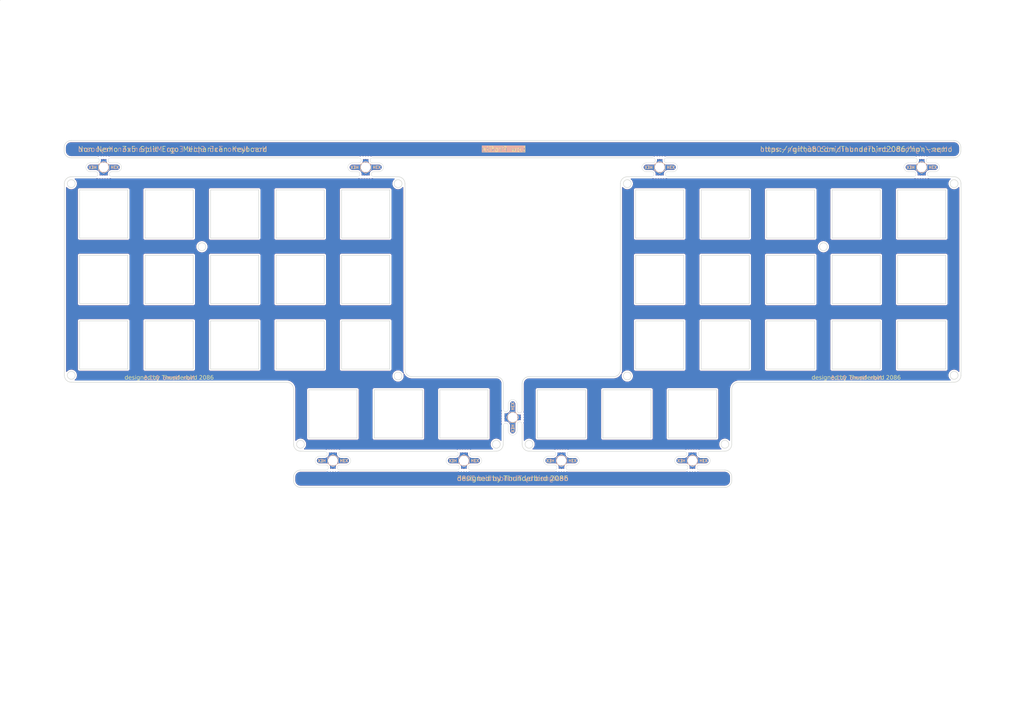
<source format=kicad_pcb>
(kicad_pcb (version 20240108) (generator "pcbnew") (generator_version "8.0")
  (title_block (title "top") (date "2025-04-06") (rev "0.1.6") (company "Allen Choi"))
  (layers (0 "F.Cu" signal) (31 "B.Cu" signal) (34 "B.Paste" user) (35 "F.Paste" user) (36 "B.SilkS" user "B.Silkscreen") (37 "F.SilkS" user "F.Silkscreen") (38 "B.Mask" user) (39 "F.Mask" user) (44 "Edge.Cuts" user))
  (net 0 "")
  (net 1 "GND")
  (footprint "mousebites_5p5mm_easysnap" (layer "F.Cu") (at 191.3 45.7 90)
    (property "Reference" "X9" (hide yes))
    (property "Value" "5.5mm" (hide yes))
    (fp_line (start -4 -3.9) (end -4 -2.4) (stroke (width 0.1)) (layer "Edge.Cuts"))
    (fp_line (start -1.5 -2.03) (end -1.5 -3.9) (stroke (width 0.1)) (layer "Edge.Cuts"))
    (fp_line (start -4 2.4) (end -4 3.9) (stroke (width 0.1)) (layer "Edge.Cuts"))
    (fp_line (start -1.5 3.9) (end -1.5 2.03) (stroke (width 0.1)) (layer "Edge.Cuts"))
    (fp_arc (start -4 -3.9) (mid -2.75 -5.15) (end -1.5 -3.9) (stroke (width 0.1)) (layer "Edge.Cuts"))
    (fp_arc (start -4 -2.4) (mid -4.75 -1.65) (end -5.5 -2.4) (stroke (width 0.1)) (layer "Edge.Cuts"))
    (fp_arc (start 0 -2.03) (mid -0.75 -1.28) (end -1.5 -2.03) (stroke (width 0.1)) (layer "Edge.Cuts"))
    (fp_arc (start -1.5 2.03) (mid -0.75 1.28) (end 0 2.03) (stroke (width 0.1)) (layer "Edge.Cuts"))
    (fp_arc (start -5.5 2.4) (mid -4.75 1.65) (end -4 2.4) (stroke (width 0.1)) (layer "Edge.Cuts"))
    (fp_arc (start -1.5 3.9) (mid -2.75 5.15) (end -4 3.9) (stroke (width 0.1)) (layer "Edge.Cuts"))
    (fp_text user "HEX" (at -2.75 -3.2 0) (layer "B.SilkS") (effects (font (size 0.8 0.8)) (justify mirror)))
    (fp_text user "HEX" (at -2.75 3.2 180) (layer "B.SilkS") (effects (font (size 0.8 0.8)) (justify mirror)))
    (fp_text user "HEX" (at -2.75 -3.2 180) (layer "F.SilkS") (effects (font (size 0.8 0.8))))
    (fp_text user "HEX" (at -2.75 3.2 0) (layer "F.SilkS") (effects (font (size 0.8 0.8))))
    (pad "" np_thru_hole circle (at -5.55 -1.48 270) (size 0.5 0.5) (drill 0.5) (layers "F&B.Cu" "*.Mask"))
    (pad "" np_thru_hole circle (at -5.55 -0.74 270) (size 0.5 0.5) (drill 0.5) (layers "F&B.Cu" "*.Mask"))
    (pad "" np_thru_hole circle (at -5.55 0 270) (size 0.5 0.5) (drill 0.5) (layers "F&B.Cu" "*.Mask"))
    (pad "" np_thru_hole circle (at -5.55 0.74 270) (size 0.5 0.5) (drill 0.5) (layers "F&B.Cu" "*.Mask"))
    (pad "" np_thru_hole circle (at -5.55 1.48 270) (size 0.5 0.5) (drill 0.5) (layers "F&B.Cu" "*.Mask"))
    (pad "" np_thru_hole circle (at -2.75 0 270) (size 2.4 2.4) (drill 2.4) (layers "F&B.Cu" "*.Mask"))
    (pad "" np_thru_hole circle (at 0.05 -1.11 90) (size 0.5 0.5) (drill 0.5) (layers "F&B.Cu" "*.Mask"))
    (pad "" np_thru_hole circle (at 0.05 -0.37 90) (size 0.5 0.5) (drill 0.5) (layers "F&B.Cu" "*.Mask"))
    (pad "" np_thru_hole circle (at 0.05 0.37 90) (size 0.5 0.5) (drill 0.5) (layers "F&B.Cu" "*.Mask"))
    (pad "" np_thru_hole circle (at 0.05 1.11 90) (size 0.5 0.5) (drill 0.5) (layers "F&B.Cu" "*.Mask"))
  )
  (footprint "mousebites_5p5mm_easysnap" (layer "F.Cu") (at 96.5 136.3 -90)
    (property "Reference" "X2" (hide yes))
    (property "Value" "5.5mm" (hide yes))
    (fp_line (start -1.5 3.9) (end -1.5 2.03) (stroke (width 0.1)) (layer "Edge.Cuts"))
    (fp_line (start -4 2.4) (end -4 3.9) (stroke (width 0.1)) (layer "Edge.Cuts"))
    (fp_line (start -1.5 -2.03) (end -1.5 -3.9) (stroke (width 0.1)) (layer "Edge.Cuts"))
    (fp_line (start -4 -3.9) (end -4 -2.4) (stroke (width 0.1)) (layer "Edge.Cuts"))
    (fp_arc (start -1.5 3.9) (mid -2.75 5.15) (end -4 3.9) (stroke (width 0.1)) (layer "Edge.Cuts"))
    (fp_arc (start -5.5 2.4) (mid -4.75 1.65) (end -4 2.4) (stroke (width 0.1)) (layer "Edge.Cuts"))
    (fp_arc (start -1.5 2.03) (mid -0.75 1.28) (end 0 2.03) (stroke (width 0.1)) (layer "Edge.Cuts"))
    (fp_arc (start 0 -2.03) (mid -0.75 -1.28) (end -1.5 -2.03) (stroke (width 0.1)) (layer "Edge.Cuts"))
    (fp_arc (start -4 -2.4) (mid -4.75 -1.65) (end -5.5 -2.4) (stroke (width 0.1)) (layer "Edge.Cuts"))
    (fp_arc (start -4 -3.9) (mid -2.75 -5.15) (end -1.5 -3.9) (stroke (width 0.1)) (layer "Edge.Cuts"))
    (fp_text user "HEX" (at -2.75 3.2 0) (layer "B.SilkS") (effects (font (size 0.8 0.8)) (justify mirror)))
    (fp_text user "HEX" (at -2.75 -3.2 180) (layer "B.SilkS") (effects (font (size 0.8 0.8)) (justify mirror)))
    (fp_text user "HEX" (at -2.75 3.2 180) (layer "F.SilkS") (effects (font (size 0.8 0.8))))
    (fp_text user "HEX" (at -2.75 -3.2 0) (layer "F.SilkS") (effects (font (size 0.8 0.8))))
    (pad "" np_thru_hole circle (at -5.55 -1.48 90) (size 0.5 0.5) (drill 0.5) (layers "F&B.Cu" "*.Mask"))
    (pad "" np_thru_hole circle (at -5.55 -0.74 90) (size 0.5 0.5) (drill 0.5) (layers "F&B.Cu" "*.Mask"))
    (pad "" np_thru_hole circle (at -5.55 0 90) (size 0.5 0.5) (drill 0.5) (layers "F&B.Cu" "*.Mask"))
    (pad "" np_thru_hole circle (at -5.55 0.74 90) (size 0.5 0.5) (drill 0.5) (layers "F&B.Cu" "*.Mask"))
    (pad "" np_thru_hole circle (at -5.55 1.48 90) (size 0.5 0.5) (drill 0.5) (layers "F&B.Cu" "*.Mask"))
    (pad "" np_thru_hole circle (at -2.75 0 90) (size 2.4 2.4) (drill 2.4) (layers "F&B.Cu" "*.Mask"))
    (pad "" np_thru_hole circle (at 0.05 -1.11 270) (size 0.5 0.5) (drill 0.5) (layers "F&B.Cu" "*.Mask"))
    (pad "" np_thru_hole circle (at 0.05 -0.37 270) (size 0.5 0.5) (drill 0.5) (layers "F&B.Cu" "*.Mask"))
    (pad "" np_thru_hole circle (at 0.05 0.37 270) (size 0.5 0.5) (drill 0.5) (layers "F&B.Cu" "*.Mask"))
    (pad "" np_thru_hole circle (at 0.05 1.11 270) (size 0.5 0.5) (drill 0.5) (layers "F&B.Cu" "*.Mask"))
  )
  (footprint "mousebites_5p5mm_easysnap" (layer "F.Cu") (at 30 45.7 90)
    (property "Reference" "X6" (hide yes))
    (property "Value" "5.5mm" (hide yes))
    (fp_line (start -4 -3.9) (end -4 -2.4) (stroke (width 0.1)) (layer "Edge.Cuts"))
    (fp_line (start -1.5 -2.03) (end -1.5 -3.9) (stroke (width 0.1)) (layer "Edge.Cuts"))
    (fp_line (start -4 2.4) (end -4 3.9) (stroke (width 0.1)) (layer "Edge.Cuts"))
    (fp_line (start -1.5 3.9) (end -1.5 2.03) (stroke (width 0.1)) (layer "Edge.Cuts"))
    (fp_arc (start -4 -3.9) (mid -2.75 -5.15) (end -1.5 -3.9) (stroke (width 0.1)) (layer "Edge.Cuts"))
    (fp_arc (start -4 -2.4) (mid -4.75 -1.65) (end -5.5 -2.4) (stroke (width 0.1)) (layer "Edge.Cuts"))
    (fp_arc (start 0 -2.03) (mid -0.75 -1.28) (end -1.5 -2.03) (stroke (width 0.1)) (layer "Edge.Cuts"))
    (fp_arc (start -1.5 2.03) (mid -0.75 1.28) (end 0 2.03) (stroke (width 0.1)) (layer "Edge.Cuts"))
    (fp_arc (start -5.5 2.4) (mid -4.75 1.65) (end -4 2.4) (stroke (width 0.1)) (layer "Edge.Cuts"))
    (fp_arc (start -1.5 3.9) (mid -2.75 5.15) (end -4 3.9) (stroke (width 0.1)) (layer "Edge.Cuts"))
    (fp_text user "HEX" (at -2.75 3.2 180) (layer "B.SilkS") (effects (font (size 0.8 0.8)) (justify mirror)))
    (fp_text user "HEX" (at -2.75 -3.2 0) (layer "B.SilkS") (effects (font (size 0.8 0.8)) (justify mirror)))
    (fp_text user "HEX" (at -2.75 3.2 0) (layer "F.SilkS") (effects (font (size 0.8 0.8))))
    (fp_text user "HEX" (at -2.75 -3.2 180) (layer "F.SilkS") (effects (font (size 0.8 0.8))))
    (pad "" np_thru_hole circle (at -5.55 -1.48 270) (size 0.5 0.5) (drill 0.5) (layers "F&B.Cu" "*.Mask"))
    (pad "" np_thru_hole circle (at -5.55 -0.74 270) (size 0.5 0.5) (drill 0.5) (layers "F&B.Cu" "*.Mask"))
    (pad "" np_thru_hole circle (at -5.55 0 270) (size 0.5 0.5) (drill 0.5) (layers "F&B.Cu" "*.Mask"))
    (pad "" np_thru_hole circle (at -5.55 0.74 270) (size 0.5 0.5) (drill 0.5) (layers "F&B.Cu" "*.Mask"))
    (pad "" np_thru_hole circle (at -5.55 1.48 270) (size 0.5 0.5) (drill 0.5) (layers "F&B.Cu" "*.Mask"))
    (pad "" np_thru_hole circle (at -2.75 0 270) (size 2.4 2.4) (drill 2.4) (layers "F&B.Cu" "*.Mask"))
    (pad "" np_thru_hole circle (at 0.05 -1.11 90) (size 0.5 0.5) (drill 0.5) (layers "F&B.Cu" "*.Mask"))
    (pad "" np_thru_hole circle (at 0.05 -0.37 90) (size 0.5 0.5) (drill 0.5) (layers "F&B.Cu" "*.Mask"))
    (pad "" np_thru_hole circle (at 0.05 0.37 90) (size 0.5 0.5) (drill 0.5) (layers "F&B.Cu" "*.Mask"))
    (pad "" np_thru_hole circle (at 0.05 1.11 90) (size 0.5 0.5) (drill 0.5) (layers "F&B.Cu" "*.Mask"))
  )
  (footprint "mousebites_5p5mm_easysnap" (layer "F.Cu") (at 200.8 136.3 -90)
    (property "Reference" "X4" (hide yes))
    (property "Value" "5.5mm" (hide yes))
    (fp_line (start -1.5 3.9) (end -1.5 2.03) (stroke (width 0.1)) (layer "Edge.Cuts"))
    (fp_line (start -4 2.4) (end -4 3.9) (stroke (width 0.1)) (layer "Edge.Cuts"))
    (fp_line (start -1.5 -2.03) (end -1.5 -3.9) (stroke (width 0.1)) (layer "Edge.Cuts"))
    (fp_line (start -4 -3.9) (end -4 -2.4) (stroke (width 0.1)) (layer "Edge.Cuts"))
    (fp_arc (start -1.5 3.9) (mid -2.75 5.15) (end -4 3.9) (stroke (width 0.1)) (layer "Edge.Cuts"))
    (fp_arc (start -5.5 2.4) (mid -4.75 1.65) (end -4 2.4) (stroke (width 0.1)) (layer "Edge.Cuts"))
    (fp_arc (start -1.5 2.03) (mid -0.75 1.28) (end 0 2.03) (stroke (width 0.1)) (layer "Edge.Cuts"))
    (fp_arc (start 0 -2.03) (mid -0.75 -1.28) (end -1.5 -2.03) (stroke (width 0.1)) (layer "Edge.Cuts"))
    (fp_arc (start -4 -2.4) (mid -4.75 -1.65) (end -5.5 -2.4) (stroke (width 0.1)) (layer "Edge.Cuts"))
    (fp_arc (start -4 -3.9) (mid -2.75 -5.15) (end -1.5 -3.9) (stroke (width 0.1)) (layer "Edge.Cuts"))
    (fp_text user "HEX" (at -2.75 3.2 0) (layer "B.SilkS") (effects (font (size 0.8 0.8)) (justify mirror)))
    (fp_text user "HEX" (at -2.75 -3.2 180) (layer "B.SilkS") (effects (font (size 0.8 0.8)) (justify mirror)))
    (fp_text user "HEX" (at -2.75 -3.2 0) (layer "F.SilkS") (effects (font (size 0.8 0.8))))
    (fp_text user "HEX" (at -2.75 3.2 180) (layer "F.SilkS") (effects (font (size 0.8 0.8))))
    (pad "" np_thru_hole circle (at -5.55 -1.48 90) (size 0.5 0.5) (drill 0.5) (layers "F&B.Cu" "*.Mask"))
    (pad "" np_thru_hole circle (at -5.55 -0.74 90) (size 0.5 0.5) (drill 0.5) (layers "F&B.Cu" "*.Mask"))
    (pad "" np_thru_hole circle (at -5.55 0 90) (size 0.5 0.5) (drill 0.5) (layers "F&B.Cu" "*.Mask"))
    (pad "" np_thru_hole circle (at -5.55 0.74 90) (size 0.5 0.5) (drill 0.5) (layers "F&B.Cu" "*.Mask"))
    (pad "" np_thru_hole circle (at -5.55 1.48 90) (size 0.5 0.5) (drill 0.5) (layers "F&B.Cu" "*.Mask"))
    (pad "" np_thru_hole circle (at -2.75 0 90) (size 2.4 2.4) (drill 2.4) (layers "F&B.Cu" "*.Mask"))
    (pad "" np_thru_hole circle (at 0.05 -1.11 270) (size 0.5 0.5) (drill 0.5) (layers "F&B.Cu" "*.Mask"))
    (pad "" np_thru_hole circle (at 0.05 -0.37 270) (size 0.5 0.5) (drill 0.5) (layers "F&B.Cu" "*.Mask"))
    (pad "" np_thru_hole circle (at 0.05 0.37 270) (size 0.5 0.5) (drill 0.5) (layers "F&B.Cu" "*.Mask"))
    (pad "" np_thru_hole circle (at 0.05 1.11 270) (size 0.5 0.5) (drill 0.5) (layers "F&B.Cu" "*.Mask"))
  )
  (footprint "mousebites_5p5mm_easysnap" (layer "F.Cu") (at 162.8 136.3 -90)
    (property "Reference" "X5" (hide yes))
    (property "Value" "5.5mm" (hide yes))
    (fp_line (start -1.5 3.9) (end -1.5 2.03) (stroke (width 0.1)) (layer "Edge.Cuts"))
    (fp_line (start -4 2.4) (end -4 3.9) (stroke (width 0.1)) (layer "Edge.Cuts"))
    (fp_line (start -1.5 -2.03) (end -1.5 -3.9) (stroke (width 0.1)) (layer "Edge.Cuts"))
    (fp_line (start -4 -3.9) (end -4 -2.4) (stroke (width 0.1)) (layer "Edge.Cuts"))
    (fp_arc (start -1.5 3.9) (mid -2.75 5.15) (end -4 3.9) (stroke (width 0.1)) (layer "Edge.Cuts"))
    (fp_arc (start -5.5 2.4) (mid -4.75 1.65) (end -4 2.4) (stroke (width 0.1)) (layer "Edge.Cuts"))
    (fp_arc (start -1.5 2.03) (mid -0.75 1.28) (end 0 2.03) (stroke (width 0.1)) (layer "Edge.Cuts"))
    (fp_arc (start 0 -2.03) (mid -0.75 -1.28) (end -1.5 -2.03) (stroke (width 0.1)) (layer "Edge.Cuts"))
    (fp_arc (start -4 -2.4) (mid -4.75 -1.65) (end -5.5 -2.4) (stroke (width 0.1)) (layer "Edge.Cuts"))
    (fp_arc (start -4 -3.9) (mid -2.75 -5.15) (end -1.5 -3.9) (stroke (width 0.1)) (layer "Edge.Cuts"))
    (fp_text user "HEX" (at -2.75 3.2 0) (layer "B.SilkS") (effects (font (size 0.8 0.8)) (justify mirror)))
    (fp_text user "HEX" (at -2.75 -3.2 180) (layer "B.SilkS") (effects (font (size 0.8 0.8)) (justify mirror)))
    (fp_text user "HEX" (at -2.75 3.2 180) (layer "F.SilkS") (effects (font (size 0.8 0.8))))
    (fp_text user "HEX" (at -2.75 -3.2 0) (layer "F.SilkS") (effects (font (size 0.8 0.8))))
    (pad "" np_thru_hole circle (at -5.55 -1.48 90) (size 0.5 0.5) (drill 0.5) (layers "F&B.Cu" "*.Mask"))
    (pad "" np_thru_hole circle (at -5.55 -0.74 90) (size 0.5 0.5) (drill 0.5) (layers "F&B.Cu" "*.Mask"))
    (pad "" np_thru_hole circle (at -5.55 0 90) (size 0.5 0.5) (drill 0.5) (layers "F&B.Cu" "*.Mask"))
    (pad "" np_thru_hole circle (at -5.55 0.74 90) (size 0.5 0.5) (drill 0.5) (layers "F&B.Cu" "*.Mask"))
    (pad "" np_thru_hole circle (at -5.55 1.48 90) (size 0.5 0.5) (drill 0.5) (layers "F&B.Cu" "*.Mask"))
    (pad "" np_thru_hole circle (at -2.75 0 90) (size 2.4 2.4) (drill 2.4) (layers "F&B.Cu" "*.Mask"))
    (pad "" np_thru_hole circle (at 0.05 -1.11 270) (size 0.5 0.5) (drill 0.5) (layers "F&B.Cu" "*.Mask"))
    (pad "" np_thru_hole circle (at 0.05 -0.37 270) (size 0.5 0.5) (drill 0.5) (layers "F&B.Cu" "*.Mask"))
    (pad "" np_thru_hole circle (at 0.05 0.37 270) (size 0.5 0.5) (drill 0.5) (layers "F&B.Cu" "*.Mask"))
    (pad "" np_thru_hole circle (at 0.05 1.11 270) (size 0.5 0.5) (drill 0.5) (layers "F&B.Cu" "*.Mask"))
  )
  (footprint "mousebites_5p5mm_easysnap" (layer "F.Cu") (at 151.4 121)
    (property "Reference" "X1" (hide yes))
    (property "Value" "5.5mm" (hide yes))
    (fp_line (start -4 -3.9) (end -4 -2.4) (stroke (width 0.1)) (layer "Edge.Cuts"))
    (fp_line (start -4 2.4) (end -4 3.9) (stroke (width 0.1)) (layer "Edge.Cuts"))
    (fp_line (start -1.5 -2.03) (end -1.5 -3.9) (stroke (width 0.1)) (layer "Edge.Cuts"))
    (fp_line (start -1.5 3.9) (end -1.5 2.03) (stroke (width 0.1)) (layer "Edge.Cuts"))
    (fp_arc (start -5.5 2.4) (mid -4.75 1.65) (end -4 2.4) (stroke (width 0.1)) (layer "Edge.Cuts"))
    (fp_arc (start -4 -3.9) (mid -2.75 -5.15) (end -1.5 -3.9) (stroke (width 0.1)) (layer "Edge.Cuts"))
    (fp_arc (start -4 -2.4) (mid -4.75 -1.65) (end -5.5 -2.4) (stroke (width 0.1)) (layer "Edge.Cuts"))
    (fp_arc (start -1.5 2.03) (mid -0.75 1.28) (end 0 2.03) (stroke (width 0.1)) (layer "Edge.Cuts"))
    (fp_arc (start -1.5 3.9) (mid -2.75 5.15) (end -4 3.9) (stroke (width 0.1)) (layer "Edge.Cuts"))
    (fp_arc (start 0 -2.03) (mid -0.75 -1.28) (end -1.5 -2.03) (stroke (width 0.1)) (layer "Edge.Cuts"))
    (fp_text user "HEX" (at -2.75 3.2 90) (layer "B.SilkS") (effects (font (size 0.8 0.8)) (justify mirror)))
    (fp_text user "HEX" (at -2.75 -3.2 -90) (layer "B.SilkS") (effects (font (size 0.8 0.8)) (justify mirror)))
    (fp_text user "HEX" (at -2.75 3.2 -90) (layer "F.SilkS") (effects (font (size 0.8 0.8))))
    (fp_text user "HEX" (at -2.75 -3.2 90) (layer "F.SilkS") (effects (font (size 0.8 0.8))))
    (pad "" np_thru_hole circle (at -5.55 -1.48 180) (size 0.5 0.5) (drill 0.5) (layers "F&B.Cu" "*.Mask"))
    (pad "" np_thru_hole circle (at -5.55 -0.74 180) (size 0.5 0.5) (drill 0.5) (layers "F&B.Cu" "*.Mask"))
    (pad "" np_thru_hole circle (at -5.55 0 180) (size 0.5 0.5) (drill 0.5) (layers "F&B.Cu" "*.Mask"))
    (pad "" np_thru_hole circle (at -5.55 0.74 180) (size 0.5 0.5) (drill 0.5) (layers "F&B.Cu" "*.Mask"))
    (pad "" np_thru_hole circle (at -5.55 1.48 180) (size 0.5 0.5) (drill 0.5) (layers "F&B.Cu" "*.Mask"))
    (pad "" np_thru_hole circle (at -2.75 0 180) (size 2.4 2.4) (drill 2.4) (layers "F&B.Cu" "*.Mask"))
    (pad "" np_thru_hole circle (at 0.05 -1.11) (size 0.5 0.5) (drill 0.5) (layers "F&B.Cu" "*.Mask"))
    (pad "" np_thru_hole circle (at 0.05 -0.37) (size 0.5 0.5) (drill 0.5) (layers "F&B.Cu" "*.Mask"))
    (pad "" np_thru_hole circle (at 0.05 0.37) (size 0.5 0.5) (drill 0.5) (layers "F&B.Cu" "*.Mask"))
    (pad "" np_thru_hole circle (at 0.05 1.11) (size 0.5 0.5) (drill 0.5) (layers "F&B.Cu" "*.Mask"))
  )
  (footprint "mousebites_5p5mm_easysnap" (layer "F.Cu") (at 134.5 136.3 -90)
    (property "Reference" "X3" (hide yes))
    (property "Value" "5.5mm" (hide yes))
    (fp_line (start -1.5 3.9) (end -1.5 2.03) (stroke (width 0.1)) (layer "Edge.Cuts"))
    (fp_line (start -4 2.4) (end -4 3.9) (stroke (width 0.1)) (layer "Edge.Cuts"))
    (fp_line (start -1.5 -2.03) (end -1.5 -3.9) (stroke (width 0.1)) (layer "Edge.Cuts"))
    (fp_line (start -4 -3.9) (end -4 -2.4) (stroke (width 0.1)) (layer "Edge.Cuts"))
    (fp_arc (start -1.5 3.9) (mid -2.75 5.15) (end -4 3.9) (stroke (width 0.1)) (layer "Edge.Cuts"))
    (fp_arc (start -5.5 2.4) (mid -4.75 1.65) (end -4 2.4) (stroke (width 0.1)) (layer "Edge.Cuts"))
    (fp_arc (start -1.5 2.03) (mid -0.75 1.28) (end 0 2.03) (stroke (width 0.1)) (layer "Edge.Cuts"))
    (fp_arc (start 0 -2.03) (mid -0.75 -1.28) (end -1.5 -2.03) (stroke (width 0.1)) (layer "Edge.Cuts"))
    (fp_arc (start -4 -2.4) (mid -4.75 -1.65) (end -5.5 -2.4) (stroke (width 0.1)) (layer "Edge.Cuts"))
    (fp_arc (start -4 -3.9) (mid -2.75 -5.15) (end -1.5 -3.9) (stroke (width 0.1)) (layer "Edge.Cuts"))
    (fp_text user "HEX" (at -2.75 3.2 0) (layer "B.SilkS") (effects (font (size 0.8 0.8)) (justify mirror)))
    (fp_text user "HEX" (at -2.75 -3.2 180) (layer "B.SilkS") (effects (font (size 0.8 0.8)) (justify mirror)))
    (fp_text user "HEX" (at -2.75 3.2 180) (layer "F.SilkS") (effects (font (size 0.8 0.8))))
    (fp_text user "HEX" (at -2.75 -3.2 0) (layer "F.SilkS") (effects (font (size 0.8 0.8))))
    (pad "" np_thru_hole circle (at -5.55 -1.48 90) (size 0.5 0.5) (drill 0.5) (layers "F&B.Cu" "*.Mask"))
    (pad "" np_thru_hole circle (at -5.55 -0.74 90) (size 0.5 0.5) (drill 0.5) (layers "F&B.Cu" "*.Mask"))
    (pad "" np_thru_hole circle (at -5.55 0 90) (size 0.5 0.5) (drill 0.5) (layers "F&B.Cu" "*.Mask"))
    (pad "" np_thru_hole circle (at -5.55 0.74 90) (size 0.5 0.5) (drill 0.5) (layers "F&B.Cu" "*.Mask"))
    (pad "" np_thru_hole circle (at -5.55 1.48 90) (size 0.5 0.5) (drill 0.5) (layers "F&B.Cu" "*.Mask"))
    (pad "" np_thru_hole circle (at -2.75 0 90) (size 2.4 2.4) (drill 2.4) (layers "F&B.Cu" "*.Mask"))
    (pad "" np_thru_hole circle (at 0.05 -1.11 270) (size 0.5 0.5) (drill 0.5) (layers "F&B.Cu" "*.Mask"))
    (pad "" np_thru_hole circle (at 0.05 -0.37 270) (size 0.5 0.5) (drill 0.5) (layers "F&B.Cu" "*.Mask"))
    (pad "" np_thru_hole circle (at 0.05 0.37 270) (size 0.5 0.5) (drill 0.5) (layers "F&B.Cu" "*.Mask"))
    (pad "" np_thru_hole circle (at 0.05 1.11 270) (size 0.5 0.5) (drill 0.5) (layers "F&B.Cu" "*.Mask"))
  )
  (footprint "mousebites_5p5mm_easysnap" (layer "F.Cu") (at 267.3 45.7 90)
    (property "Reference" "X8" (hide yes))
    (property "Value" "5.5mm" (hide yes))
    (fp_line (start -4 -3.9) (end -4 -2.4) (stroke (width 0.1)) (layer "Edge.Cuts"))
    (fp_line (start -1.5 -2.03) (end -1.5 -3.9) (stroke (width 0.1)) (layer "Edge.Cuts"))
    (fp_line (start -4 2.4) (end -4 3.9) (stroke (width 0.1)) (layer "Edge.Cuts"))
    (fp_line (start -1.5 3.9) (end -1.5 2.03) (stroke (width 0.1)) (layer "Edge.Cuts"))
    (fp_arc (start -4 -3.9) (mid -2.75 -5.15) (end -1.5 -3.9) (stroke (width 0.1)) (layer "Edge.Cuts"))
    (fp_arc (start -4 -2.4) (mid -4.75 -1.65) (end -5.5 -2.4) (stroke (width 0.1)) (layer "Edge.Cuts"))
    (fp_arc (start 0 -2.03) (mid -0.75 -1.28) (end -1.5 -2.03) (stroke (width 0.1)) (layer "Edge.Cuts"))
    (fp_arc (start -1.5 2.03) (mid -0.75 1.28) (end 0 2.03) (stroke (width 0.1)) (layer "Edge.Cuts"))
    (fp_arc (start -5.5 2.4) (mid -4.75 1.65) (end -4 2.4) (stroke (width 0.1)) (layer "Edge.Cuts"))
    (fp_arc (start -1.5 3.9) (mid -2.75 5.15) (end -4 3.9) (stroke (width 0.1)) (layer "Edge.Cuts"))
    (fp_text user "HEX" (at -2.75 3.2 180) (layer "B.SilkS") (effects (font (size 0.8 0.8)) (justify mirror)))
    (fp_text user "HEX" (at -2.75 -3.2 0) (layer "B.SilkS") (effects (font (size 0.8 0.8)) (justify mirror)))
    (fp_text user "HEX" (at -2.75 3.2 0) (layer "F.SilkS") (effects (font (size 0.8 0.8))))
    (fp_text user "HEX" (at -2.75 -3.2 180) (layer "F.SilkS") (effects (font (size 0.8 0.8))))
    (pad "" np_thru_hole circle (at -5.55 -1.48 270) (size 0.5 0.5) (drill 0.5) (layers "F&B.Cu" "*.Mask"))
    (pad "" np_thru_hole circle (at -5.55 -0.74 270) (size 0.5 0.5) (drill 0.5) (layers "F&B.Cu" "*.Mask"))
    (pad "" np_thru_hole circle (at -5.55 0 270) (size 0.5 0.5) (drill 0.5) (layers "F&B.Cu" "*.Mask"))
    (pad "" np_thru_hole circle (at -5.55 0.74 270) (size 0.5 0.5) (drill 0.5) (layers "F&B.Cu" "*.Mask"))
    (pad "" np_thru_hole circle (at -5.55 1.48 270) (size 0.5 0.5) (drill 0.5) (layers "F&B.Cu" "*.Mask"))
    (pad "" np_thru_hole circle (at -2.75 0 270) (size 2.4 2.4) (drill 2.4) (layers "F&B.Cu" "*.Mask"))
    (pad "" np_thru_hole circle (at 0.05 -1.11 90) (size 0.5 0.5) (drill 0.5) (layers "F&B.Cu" "*.Mask"))
    (pad "" np_thru_hole circle (at 0.05 -0.37 90) (size 0.5 0.5) (drill 0.5) (layers "F&B.Cu" "*.Mask"))
    (pad "" np_thru_hole circle (at 0.05 0.37 90) (size 0.5 0.5) (drill 0.5) (layers "F&B.Cu" "*.Mask"))
    (pad "" np_thru_hole circle (at 0.05 1.11 90) (size 0.5 0.5) (drill 0.5) (layers "F&B.Cu" "*.Mask"))
  )
  (footprint "mousebites_5p5mm_easysnap" (layer "F.Cu") (at 106 45.7 90)
    (property "Reference" "X7" (hide yes))
    (property "Value" "5.5mm" (hide yes))
    (fp_line (start -4 -3.9) (end -4 -2.4) (stroke (width 0.1)) (layer "Edge.Cuts"))
    (fp_line (start -1.5 -2.03) (end -1.5 -3.9) (stroke (width 0.1)) (layer "Edge.Cuts"))
    (fp_line (start -4 2.4) (end -4 3.9) (stroke (width 0.1)) (layer "Edge.Cuts"))
    (fp_line (start -1.5 3.9) (end -1.5 2.03) (stroke (width 0.1)) (layer "Edge.Cuts"))
    (fp_arc (start -4 -3.9) (mid -2.75 -5.15) (end -1.5 -3.9) (stroke (width 0.1)) (layer "Edge.Cuts"))
    (fp_arc (start -4 -2.4) (mid -4.75 -1.65) (end -5.5 -2.4) (stroke (width 0.1)) (layer "Edge.Cuts"))
    (fp_arc (start 0 -2.03) (mid -0.75 -1.28) (end -1.5 -2.03) (stroke (width 0.1)) (layer "Edge.Cuts"))
    (fp_arc (start -1.5 2.03) (mid -0.75 1.28) (end 0 2.03) (stroke (width 0.1)) (layer "Edge.Cuts"))
    (fp_arc (start -5.5 2.4) (mid -4.75 1.65) (end -4 2.4) (stroke (width 0.1)) (layer "Edge.Cuts"))
    (fp_arc (start -1.5 3.9) (mid -2.75 5.15) (end -4 3.9) (stroke (width 0.1)) (layer "Edge.Cuts"))
    (fp_text user "HEX" (at -2.75 3.2 180) (layer "B.SilkS") (effects (font (size 0.8 0.8)) (justify mirror)))
    (fp_text user "HEX" (at -2.75 -3.2 0) (layer "B.SilkS") (effects (font (size 0.8 0.8)) (justify mirror)))
    (fp_text user "HEX" (at -2.75 3.2 0) (layer "F.SilkS") (effects (font (size 0.8 0.8))))
    (fp_text user "HEX" (at -2.75 -3.2 180) (layer "F.SilkS") (effects (font (size 0.8 0.8))))
    (pad "" np_thru_hole circle (at -5.55 -1.48 270) (size 0.5 0.5) (drill 0.5) (layers "F&B.Cu" "*.Mask"))
    (pad "" np_thru_hole circle (at -5.55 -0.74 270) (size 0.5 0.5) (drill 0.5) (layers "F&B.Cu" "*.Mask"))
    (pad "" np_thru_hole circle (at -5.55 0 270) (size 0.5 0.5) (drill 0.5) (layers "F&B.Cu" "*.Mask"))
    (pad "" np_thru_hole circle (at -5.55 0.74 270) (size 0.5 0.5) (drill 0.5) (layers "F&B.Cu" "*.Mask"))
    (pad "" np_thru_hole circle (at -5.55 1.48 270) (size 0.5 0.5) (drill 0.5) (layers "F&B.Cu" "*.Mask"))
    (pad "" np_thru_hole circle (at -2.75 0 270) (size 2.4 2.4) (drill 2.4) (layers "F&B.Cu" "*.Mask"))
    (pad "" np_thru_hole circle (at 0.05 -1.11 90) (size 0.5 0.5) (drill 0.5) (layers "F&B.Cu" "*.Mask"))
    (pad "" np_thru_hole circle (at 0.05 -0.37 90) (size 0.5 0.5) (drill 0.5) (layers "F&B.Cu" "*.Mask"))
    (pad "" np_thru_hole circle (at 0.05 0.37 90) (size 0.5 0.5) (drill 0.5) (layers "F&B.Cu" "*.Mask"))
    (pad "" np_thru_hole circle (at 0.05 1.11 90) (size 0.5 0.5) (drill 0.5) (layers "F&B.Cu" "*.Mask"))
  )
  (gr_line (start 98.53 136.3) (end 132.47 136.3) (stroke (width 0.15)) (layer "Edge.Cuts"))
  (gr_line (start 119.4 109.2) (end 143.9 109.2) (stroke (width 0.15)) (layer "Edge.Cuts"))
  (gr_line (start 260.3 93) (end 260.3 107) (stroke (width 0.15)) (layer "Edge.Cuts"))
  (gr_line (start 155.8 113) (end 155.8 127) (stroke (width 0.15)) (layer "Edge.Cuts"))
  (gr_arc (start 145.9 128.8) (mid 145.314214 130.214214) (end 143.9 130.8) (stroke (width 0.15)) (layer "Edge.Cuts"))
  (gr_arc (start 87.1 130.8) (mid 85.685786 130.214214) (end 85.1 128.8) (stroke (width 0.15)) (layer "Edge.Cuts"))
  (gr_line (start 236.3 55) (end 222.3 55) (stroke (width 0.15)) (layer "Edge.Cuts"))
  (gr_line (start 56 69) (end 56 55) (stroke (width 0.15)) (layer "Edge.Cuts"))
  (gr_line (start 85.1 112.8) (end 85.1 128.8) (stroke (width 0.15)) (layer "Edge.Cuts"))
  (gr_line (start 23 93) (end 23 107) (stroke (width 0.15)) (layer "Edge.Cuts"))
  (gr_line (start 32.03 45.7) (end 103.97 45.7) (stroke (width 0.15)) (layer "Edge.Cuts"))
  (gr_arc (start 83.1 110.8) (mid 84.514214 111.385786) (end 85.1 112.8) (stroke (width 0.15)) (layer "Edge.Cuts"))
  (gr_line (start 61 55) (end 61 69) (stroke (width 0.15)) (layer "Edge.Cuts"))
  (gr_line (start 94 107) (end 94 93) (stroke (width 0.15)) (layer "Edge.Cuts"))
  (gr_line (start 212.2 139.3) (end 212.2 138.3) (stroke (width 0.15)) (layer "Edge.Cuts"))
  (gr_circle (center 153.4 128.8) (end 154.55 128.8) (stroke (width 0.15)) (fill none) (layer "Edge.Cuts"))
  (gr_line (start 37 74) (end 23 74) (stroke (width 0.15)) (layer "Edge.Cuts"))
  (gr_arc (start 20.6 110.8) (mid 19.185786 110.214214) (end 18.6 108.8) (stroke (width 0.15)) (layer "Edge.Cuts"))
  (gr_line (start 85.1 138.3) (end 85.1 139.3) (stroke (width 0.15)) (layer "Edge.Cuts"))
  (gr_line (start 274.3 69) (end 274.3 55) (stroke (width 0.15)) (layer "Edge.Cuts"))
  (gr_line (start 37 88) (end 37 74) (stroke (width 0.15)) (layer "Edge.Cuts"))
  (gr_circle (center 20.6 53.2) (end 21.75 53.2) (stroke (width 0.15)) (fill none) (layer "Edge.Cuts"))
  (gr_line (start 143.9 130.8) (end 136.9 130.8) (stroke (width 0.15)) (layer "Edge.Cuts"))
  (gr_line (start 42 88) (end 56 88) (stroke (width 0.15)) (layer "Edge.Cuts"))
  (gr_line (start 80 74) (end 80 88) (stroke (width 0.15)) (layer "Edge.Cuts"))
  (gr_circle (center 20.6 108.8) (end 21.75 108.8) (stroke (width 0.15)) (fill none) (layer "Edge.Cuts"))
  (gr_line (start 117.4 107.2) (end 117.4 53.2) (stroke (width 0.15)) (layer "Edge.Cuts"))
  (gr_line (start 214.2 110.8) (end 276.7 110.8) (stroke (width 0.15)) (layer "Edge.Cuts"))
  (gr_circle (center 276.7 53.2) (end 277.85 53.2) (stroke (width 0.15)) (fill none) (layer "Edge.Cuts"))
  (gr_line (start 198.3 55) (end 184.3 55) (stroke (width 0.15)) (layer "Edge.Cuts"))
  (gr_line (start 56 55) (end 42 55) (stroke (width 0.15)) (layer "Edge.Cuts"))
  (gr_arc (start 278.65 43.7) (mid 278.064214 45.114214) (end 276.65 45.7) (stroke (width 0.15)) (layer "Edge.Cuts"))
  (gr_line (start 260.3 69) (end 274.3 69) (stroke (width 0.15)) (layer "Edge.Cuts"))
  (gr_line (start 198.3 107) (end 198.3 93) (stroke (width 0.15)) (layer "Edge.Cuts"))
  (gr_line (start 99 74) (end 99 88) (stroke (width 0.15)) (layer "Edge.Cuts"))
  (gr_line (start 113 55) (end 99 55) (stroke (width 0.15)) (layer "Edge.Cuts"))
  (gr_line (start 80 93) (end 80 107) (stroke (width 0.15)) (layer "Edge.Cuts"))
  (gr_line (start 179.9 107.2) (end 179.9 53.2) (stroke (width 0.15)) (layer "Edge.Cuts"))
  (gr_line (start 122.5 127) (end 122.5 113) (stroke (width 0.15)) (layer "Edge.Cuts"))
  (gr_line (start 113 69) (end 113 55) (stroke (width 0.15)) (layer "Edge.Cuts"))
  (gr_line (start 151.4 111.2) (end 151.4 118.97) (stroke (width 0.15)) (layer "Edge.Cuts"))
  (gr_line (start 241.3 74) (end 241.3 88) (stroke (width 0.15)) (layer "Edge.Cuts"))
  (gr_line (start 103.5 113) (end 89.5 113) (stroke (width 0.15)) (layer "Edge.Cuts"))
  (gr_arc (start 115.4 51.2) (mid 116.814214 51.785786) (end 117.4 53.2) (stroke (width 0.15)) (layer "Edge.Cuts"))
  (gr_line (start 184.3 74) (end 184.3 88) (stroke (width 0.15)) (layer "Edge.Cuts"))
  (gr_line (start 241.3 69) (end 255.3 69) (stroke (width 0.15)) (layer "Edge.Cuts"))
  (gr_line (start 255.3 93) (end 241.3 93) (stroke (width 0.15)) (layer "Edge.Cuts"))
  (gr_line (start 37 107) (end 37 93) (stroke (width 0.15)) (layer "Edge.Cuts"))
  (gr_line (start 198.3 69) (end 198.3 55) (stroke (width 0.15)) (layer "Edge.Cuts"))
  (gr_line (start 23 69) (end 37 69) (stroke (width 0.15)) (layer "Edge.Cuts"))
  (gr_line (start 94 74) (end 80 74) (stroke (width 0.15)) (layer "Edge.Cuts"))
  (gr_arc (start 143.9 109.2) (mid 145.314214 109.785786) (end 145.9 111.2) (stroke (width 0.15)) (layer "Edge.Cuts"))
  (gr_line (start 222.3 88) (end 236.3 88) (stroke (width 0.15)) (layer "Edge.Cuts"))
  (gr_line (start 80 69) (end 94 69) (stroke (width 0.15)) (layer "Edge.Cuts"))
  (gr_line (start 241.3 88) (end 255.3 88) (stroke (width 0.15)) (layer "Edge.Cuts"))
  (gr_line (start 276.65 40.7) (end 20.55 40.7) (stroke (width 0.15)) (layer "Edge.Cuts"))
  (gr_line (start 145.9 128.8) (end 145.9 123.4) (stroke (width 0.15)) (layer "Edge.Cuts"))
  (gr_line (start 75 88) (end 75 74) (stroke (width 0.15)) (layer "Edge.Cuts"))
  (gr_line (start 198.4 130.8) (end 165.2 130.8) (stroke (width 0.15)) (layer "Edge.Cuts"))
  (gr_line (start 207.8 127) (end 207.8 113) (stroke (width 0.15)) (layer "Edge.Cuts"))
  (gr_line (start 108.5 127) (end 122.5 127) (stroke (width 0.15)) (layer "Edge.Cuts"))
  (gr_line (start 236.3 69) (end 236.3 55) (stroke (width 0.15)) (layer "Edge.Cuts"))
  (gr_line (start 255.3 74) (end 241.3 74) (stroke (width 0.15)) (layer "Edge.Cuts"))
  (gr_line (start 217.3 69) (end 217.3 55) (stroke (width 0.15)) (layer "Edge.Cuts"))
  (gr_line (start 61 107) (end 75 107) (stroke (width 0.15)) (layer "Edge.Cuts"))
  (gr_line (start 127.5 113) (end 127.5 127) (stroke (width 0.15)) (layer "Edge.Cuts"))
  (gr_line (start 23 107) (end 37 107) (stroke (width 0.15)) (layer "Edge.Cuts"))
  (gr_line (start 0 0) (end 0 0) (stroke (width 0.15)) (layer "Edge.Cuts"))
  (gr_line (start 37 55) (end 23 55) (stroke (width 0.15)) (layer "Edge.Cuts"))
  (gr_line (start 32.4 51.2) (end 103.6 51.2) (stroke (width 0.15)) (layer "Edge.Cuts"))
  (gr_arc (start 179.9 53.2) (mid 180.485786 51.785786) (end 181.9 51.2) (stroke (width 0.15)) (layer "Edge.Cuts"))
  (gr_line (start 217.3 88) (end 217.3 74) (stroke (width 0.15)) (layer "Edge.Cuts"))
  (gr_line (start 198.3 88) (end 198.3 74) (stroke (width 0.15)) (layer "Edge.Cuts"))
  (gr_line (start 217.3 55) (end 203.3 55) (stroke (width 0.15)) (layer "Edge.Cuts"))
  (gr_line (start 75 107) (end 75 93) (stroke (width 0.15)) (layer "Edge.Cuts"))
  (gr_line (start 94 69) (end 94 55) (stroke (width 0.15)) (layer "Edge.Cuts"))
  (gr_line (start 42 74) (end 42 88) (stroke (width 0.15)) (layer "Edge.Cuts"))
  (gr_line (start 155.8 127) (end 169.8 127) (stroke (width 0.15)) (layer "Edge.Cuts"))
  (gr_line (start 193.33 45.7) (end 265.27 45.7) (stroke (width 0.15)) (layer "Edge.Cuts"))
  (gr_line (start 269.33 45.7) (end 276.65 45.7) (stroke (width 0.15)) (layer "Edge.Cuts"))
  (gr_line (start 241.3 93) (end 241.3 107) (stroke (width 0.15)) (layer "Edge.Cuts"))
  (gr_circle (center 238.8 71.5) (end 239.95 71.5) (stroke (width 0.15)) (fill none) (layer "Edge.Cuts"))
  (gr_line (start 184.3 88) (end 198.3 88) (stroke (width 0.15)) (layer "Edge.Cuts"))
  (gr_line (start 260.3 88) (end 274.3 88) (stroke (width 0.15)) (layer "Edge.Cuts"))
  (gr_circle (center 181.9 53.2) (end 183.05 53.2) (stroke (width 0.15)) (fill none) (layer "Edge.Cuts"))
  (gr_arc (start 20.55 45.7) (mid 19.135786 45.114214) (end 18.55 43.7) (stroke (width 0.15)) (layer "Edge.Cuts"))
  (gr_line (start 174.8 127) (end 188.8 127) (stroke (width 0.15)) (layer "Edge.Cuts"))
  (gr_line (start 236.3 88) (end 236.3 74) (stroke (width 0.15)) (layer "Edge.Cuts"))
  (gr_line (start 20.6 110.8) (end 83.1 110.8) (stroke (width 0.15)) (layer "Edge.Cuts"))
  (gr_line (start 75 69) (end 75 55) (stroke (width 0.15)) (layer "Edge.Cuts"))
  (gr_circle (center 58.5 71.5) (end 59.65 71.5) (stroke (width 0.15)) (fill none) (layer "Edge.Cuts"))
  (gr_line (start 203.3 74) (end 203.3 88) (stroke (width 0.15)) (layer "Edge.Cuts"))
  (gr_circle (center 276.7 108.8) (end 277.85 108.8) (stroke (width 0.15)) (fill none) (layer "Edge.Cuts"))
  (gr_line (start 145.9 118.6) (end 145.9 111.2) (stroke (width 0.15)) (layer "Edge.Cuts"))
  (gr_line (start 20.55 45.7) (end 27.97 45.7) (stroke (width 0.15)) (layer "Edge.Cuts"))
  (gr_line (start 255.3 55) (end 241.3 55) (stroke (width 0.15)) (layer "Edge.Cuts"))
  (gr_line (start 203.2 130.8) (end 210.2 130.8) (stroke (width 0.15)) (layer "Edge.Cuts"))
  (gr_line (start 113 93) (end 99 93) (stroke (width 0.15)) (layer "Edge.Cuts"))
  (gr_line (start 153.4 109.2) (end 177.9 109.2) (stroke (width 0.15)) (layer "Edge.Cuts"))
  (gr_line (start 188.8 127) (end 188.8 113) (stroke (width 0.15)) (layer "Edge.Cuts"))
  (gr_line (start 42 55) (end 42 69) (stroke (width 0.15)) (layer "Edge.Cuts"))
  (gr_line (start 260.3 55) (end 260.3 69) (stroke (width 0.15)) (layer "Edge.Cuts"))
  (gr_line (start 236.3 93) (end 222.3 93) (stroke (width 0.15)) (layer "Edge.Cuts"))
  (gr_arc (start 87.1 141.3) (mid 85.685786 140.714214) (end 85.1 139.3) (stroke (width 0.15)) (layer "Edge.Cuts"))
  (gr_line (start 193.7 51.2) (end 264.9 51.2) (stroke (width 0.15)) (layer "Edge.Cuts"))
  (gr_line (start 132.1 130.8) (end 98.9 130.8) (stroke (width 0.15)) (layer "Edge.Cuts"))
  (gr_line (start 18.6 108.8) (end 18.6 53.2) (stroke (width 0.15)) (layer "Edge.Cuts"))
  (gr_line (start 23 55) (end 23 69) (stroke (width 0.15)) (layer "Edge.Cuts"))
  (gr_line (start 274.3 88) (end 274.3 74) (stroke (width 0.15)) (layer "Edge.Cuts"))
  (gr_line (start 164.83 136.3) (end 198.77 136.3) (stroke (width 0.15)) (layer "Edge.Cuts"))
  (gr_line (start 278.65 43.7) (end 278.65 42.7) (stroke (width 0.15)) (layer "Edge.Cuts"))
  (gr_line (start 0 0) (end 0 0) (stroke (width 0.15)) (layer "Edge.Cuts"))
  (gr_arc (start 276.7 51.2) (mid 278.114214 51.785786) (end 278.7 53.2) (stroke (width 0.15)) (layer "Edge.Cuts"))
  (gr_line (start 260.3 74) (end 260.3 88) (stroke (width 0.15)) (layer "Edge.Cuts"))
  (gr_arc (start 278.7 108.8) (mid 278.114214 110.214214) (end 276.7 110.8) (stroke (width 0.15)) (layer "Edge.Cuts"))
  (gr_arc (start 119.4 109.2) (mid 117.985786 108.614214) (end 117.4 107.2) (stroke (width 0.15)) (layer "Edge.Cuts"))
  (gr_line (start 222.3 93) (end 222.3 107) (stroke (width 0.15)) (layer "Edge.Cuts"))
  (gr_line (start 184.3 107) (end 198.3 107) (stroke (width 0.15)) (layer "Edge.Cuts"))
  (gr_line (start 56 88) (end 56 74) (stroke (width 0.15)) (layer "Edge.Cuts"))
  (gr_line (start 94 55) (end 80 55) (stroke (width 0.15)) (layer "Edge.Cuts"))
  (gr_line (start 274.3 93) (end 260.3 93) (stroke (width 0.15)) (layer "Edge.Cuts"))
  (gr_arc (start 212.2 112.8) (mid 212.785786 111.385786) (end 214.2 110.8) (stroke (width 0.15)) (layer "Edge.Cuts"))
  (gr_line (start 42 69) (end 56 69) (stroke (width 0.15)) (layer "Edge.Cuts"))
  (gr_line (start 255.3 69) (end 255.3 55) (stroke (width 0.15)) (layer "Edge.Cuts"))
  (gr_arc (start 179.9 107.2) (mid 179.314214 108.614214) (end 177.9 109.2) (stroke (width 0.15)) (layer "Edge.Cuts"))
  (gr_line (start 42 107) (end 56 107) (stroke (width 0.15)) (layer "Edge.Cuts"))
  (gr_line (start 203.3 55) (end 203.3 69) (stroke (width 0.15)) (layer "Edge.Cuts"))
  (gr_line (start 75 55) (end 61 55) (stroke (width 0.15)) (layer "Edge.Cuts"))
  (gr_line (start 184.3 93) (end 184.3 107) (stroke (width 0.15)) (layer "Edge.Cuts"))
  (gr_line (start 217.3 93) (end 203.3 93) (stroke (width 0.15)) (layer "Edge.Cuts"))
  (gr_line (start 37 69) (end 37 55) (stroke (width 0.15)) (layer "Edge.Cuts"))
  (gr_line (start 89.5 127) (end 103.5 127) (stroke (width 0.15)) (layer "Edge.Cuts"))
  (gr_line (start 274.3 107) (end 274.3 93) (stroke (width 0.15)) (layer "Edge.Cuts"))
  (gr_line (start 108.03 45.7) (end 189.27 45.7) (stroke (width 0.15)) (layer "Edge.Cuts"))
  (gr_line (start 99 93) (end 99 107) (stroke (width 0.15)) (layer "Edge.Cuts"))
  (gr_line (start 75 93) (end 61 93) (stroke (width 0.15)) (layer "Edge.Cuts"))
  (gr_line (start 103.5 127) (end 103.5 113) (stroke (width 0.15)) (layer "Edge.Cuts"))
  (gr_line (start 193.8 127) (end 207.8 127) (stroke (width 0.15)) (layer "Edge.Cuts"))
  (gr_arc (start 18.6 53.2) (mid 19.185786 51.785786) (end 20.6 51.2) (stroke (width 0.15)) (layer "Edge.Cuts"))
  (gr_arc (start 212.2 139.3) (mid 211.614214 140.714214) (end 210.2 141.3) (stroke (width 0.15)) (layer "Edge.Cuts"))
  (gr_line (start 108.5 113) (end 108.5 127) (stroke (width 0.15)) (layer "Edge.Cuts"))
  (gr_line (start 222.3 107) (end 236.3 107) (stroke (width 0.15)) (layer "Edge.Cuts"))
  (gr_line (start 198.3 93) (end 184.3 93) (stroke (width 0.15)) (layer "Edge.Cuts"))
  (gr_line (start 136.53 136.3) (end 160.77 136.3) (stroke (width 0.15)) (layer "Edge.Cuts"))
  (gr_line (start 188.8 113) (end 174.8 113) (stroke (width 0.15)) (layer "Edge.Cuts"))
  (gr_line (start 99 107) (end 113 107) (stroke (width 0.15)) (layer "Edge.Cuts"))
  (gr_line (start 160.4 130.8) (end 153.4 130.8) (stroke (width 0.15)) (layer "Edge.Cuts"))
  (gr_line (start 122.5 113) (end 108.5 113) (stroke (width 0.15)) (layer "Edge.Cuts"))
  (gr_line (start 89.5 113) (end 89.5 127) (stroke (width 0.15)) (layer "Edge.Cuts"))
  (gr_line (start 207.8 113) (end 193.8 113) (stroke (width 0.15)) (layer "Edge.Cuts"))
  (gr_line (start 203.3 93) (end 203.3 107) (stroke (width 0.15)) (layer "Edge.Cuts"))
  (gr_line (start 193.8 113) (end 193.8 127) (stroke (width 0.15)) (layer "Edge.Cuts"))
  (gr_line (start 94.47 136.3) (end 87.1 136.3) (stroke (width 0.15)) (layer "Edge.Cuts"))
  (gr_line (start 181.9 51.2) (end 188.9 51.2) (stroke (width 0.15)) (layer "Edge.Cuts"))
  (gr_circle (center 115.4 53.2) (end 116.55 53.2) (stroke (width 0.15)) (fill none) (layer "Edge.Cuts"))
  (gr_line (start 56 107) (end 56 93) (stroke (width 0.15)) (layer "Edge.Cuts"))
  (gr_line (start 141.5 127) (end 141.5 113) (stroke (width 0.15)) (layer "Edge.Cuts"))
  (gr_line (start 113 88) (end 113 74) (stroke (width 0.15)) (layer "Edge.Cuts"))
  (gr_circle (center 210.2 128.8) (end 211.35 128.8) (stroke (width 0.15)) (fill none) (layer "Edge.Cuts"))
  (gr_line (start 203.3 107) (end 217.3 107) (stroke (width 0.15)) (layer "Edge.Cuts"))
  (gr_arc (start 18.55 42.7) (mid 19.135786 41.285786) (end 20.55 40.7) (stroke (width 0.15)) (layer "Edge.Cuts"))
  (gr_line (start 241.3 55) (end 241.3 69) (stroke (width 0.15)) (layer "Edge.Cuts"))
  (gr_line (start 80 88) (end 94 88) (stroke (width 0.15)) (layer "Edge.Cuts"))
  (gr_line (start 202.83 136.3) (end 210.2 136.3) (stroke (width 0.15)) (layer "Edge.Cuts"))
  (gr_line (start 198.3 74) (end 184.3 74) (stroke (width 0.15)) (layer "Edge.Cuts"))
  (gr_line (start 18.55 42.7) (end 18.55 43.7) (stroke (width 0.15)) (layer "Edge.Cuts"))
  (gr_arc (start 153.4 130.8) (mid 151.985786 130.214214) (end 151.4 128.8) (stroke (width 0.15)) (layer "Edge.Cuts"))
  (gr_line (start 217.3 107) (end 217.3 93) (stroke (width 0.15)) (layer "Edge.Cuts"))
  (gr_line (start 127.5 127) (end 141.5 127) (stroke (width 0.15)) (layer "Edge.Cuts"))
  (gr_line (start 222.3 69) (end 236.3 69) (stroke (width 0.15)) (layer "Edge.Cuts"))
  (gr_line (start 87.1 141.3) (end 210.2 141.3) (stroke (width 0.15)) (layer "Edge.Cuts"))
  (gr_line (start 80 107) (end 94 107) (stroke (width 0.15)) (layer "Edge.Cuts"))
  (gr_line (start 113 107) (end 113 93) (stroke (width 0.15)) (layer "Edge.Cuts"))
  (gr_line (start 222.3 74) (end 222.3 88) (stroke (width 0.15)) (layer "Edge.Cuts"))
  (gr_arc (start 276.65 40.7) (mid 278.064214 41.285786) (end 278.65 42.7) (stroke (width 0.15)) (layer "Edge.Cuts"))
  (gr_line (start 108.4 51.2) (end 115.4 51.2) (stroke (width 0.15)) (layer "Edge.Cuts"))
  (gr_line (start 203.3 69) (end 217.3 69) (stroke (width 0.15)) (layer "Edge.Cuts"))
  (gr_line (start 269.7 51.2) (end 276.7 51.2) (stroke (width 0.15)) (layer "Edge.Cuts"))
  (gr_line (start 169.8 113) (end 155.8 113) (stroke (width 0.15)) (layer "Edge.Cuts"))
  (gr_line (start 255.3 88) (end 255.3 74) (stroke (width 0.15)) (layer "Edge.Cuts"))
  (gr_line (start 236.3 107) (end 236.3 93) (stroke (width 0.15)) (layer "Edge.Cuts"))
  (gr_line (start 94 88) (end 94 74) (stroke (width 0.15)) (layer "Edge.Cuts"))
  (gr_line (start 56 93) (end 42 93) (stroke (width 0.15)) (layer "Edge.Cuts"))
  (gr_line (start 169.8 127) (end 169.8 113) (stroke (width 0.15)) (layer "Edge.Cuts"))
  (gr_line (start 212.2 128.8) (end 212.2 112.8) (stroke (width 0.15)) (layer "Edge.Cuts"))
  (gr_line (start 274.3 55) (end 260.3 55) (stroke (width 0.15)) (layer "Edge.Cuts"))
  (gr_line (start 75 74) (end 61 74) (stroke (width 0.15)) (layer "Edge.Cuts"))
  (gr_line (start 217.3 74) (end 203.3 74) (stroke (width 0.15)) (layer "Edge.Cuts"))
  (gr_line (start 99 55) (end 99 69) (stroke (width 0.15)) (layer "Edge.Cuts"))
  (gr_circle (center 181.9 109) (end 183.05 109) (stroke (width 0.15)) (fill none) (layer "Edge.Cuts"))
  (gr_line (start 278.7 108.8) (end 278.7 53.2) (stroke (width 0.15)) (layer "Edge.Cuts"))
  (gr_line (start 241.3 107) (end 255.3 107) (stroke (width 0.15)) (layer "Edge.Cuts"))
  (gr_line (start 99 88) (end 113 88) (stroke (width 0.15)) (layer "Edge.Cuts"))
  (gr_line (start 56 74) (end 42 74) (stroke (width 0.15)) (layer "Edge.Cuts"))
  (gr_line (start 20.6 51.2) (end 27.6 51.2) (stroke (width 0.15)) (layer "Edge.Cuts"))
  (gr_line (start 151.4 128.8) (end 151.4 123.03) (stroke (width 0.15)) (layer "Edge.Cuts"))
  (gr_line (start 274.3 74) (end 260.3 74) (stroke (width 0.15)) (layer "Edge.Cuts"))
  (gr_line (start 222.3 55) (end 222.3 69) (stroke (width 0.15)) (layer "Edge.Cuts"))
  (gr_line (start 23 88) (end 37 88) (stroke (width 0.15)) (layer "Edge.Cuts"))
  (gr_line (start 0 0) (end 0 0) (stroke (width 0.15)) (layer "Edge.Cuts"))
  (gr_line (start 94 93) (end 80 93) (stroke (width 0.15)) (layer "Edge.Cuts"))
  (gr_line (start 236.3 74) (end 222.3 74) (stroke (width 0.15)) (layer "Edge.Cuts"))
  (gr_line (start 61 93) (end 61 107) (stroke (width 0.15)) (layer "Edge.Cuts"))
  (gr_line (start 61 69) (end 75 69) (stroke (width 0.15)) (layer "Edge.Cuts"))
  (gr_arc (start 151.4 111.2) (mid 151.985786 109.785786) (end 153.4 109.2) (stroke (width 0.15)) (layer "Edge.Cuts"))
  (gr_arc (start 210.2 136.3) (mid 211.614214 136.885786) (end 212.2 138.3) (stroke (width 0.15)) (layer "Edge.Cuts"))
  (gr_line (start 87.1 130.8) (end 94.1 130.8) (stroke (width 0.15)) (layer "Edge.Cuts"))
  (gr_circle (center 115.4 109) (end 116.55 109) (stroke (width 0.15)) (fill none) (layer "Edge.Cuts"))
  (gr_line (start 203.3 88) (end 217.3 88) (stroke (width 0.15)) (layer "Edge.Cuts"))
  (gr_line (start 42 93) (end 42 107) (stroke (width 0.15)) (layer "Edge.Cuts"))
  (gr_line (start 255.3 107) (end 255.3 93) (stroke (width 0.15)) (layer "Edge.Cuts"))
  (gr_circle (center 143.9 128.8) (end 145.05 128.8) (stroke (width 0.15)) (fill none) (layer "Edge.Cuts"))
  (gr_line (start 23 74) (end 23 88) (stroke (width 0.15)) (layer "Edge.Cuts"))
  (gr_line (start 174.8 113) (end 174.8 127) (stroke (width 0.15)) (layer "Edge.Cuts"))
  (gr_arc (start 85.1 138.3) (mid 85.685786 136.885786) (end 87.1 136.3) (stroke (width 0.15)) (layer "Edge.Cuts"))
  (gr_line (start 184.3 69) (end 198.3 69) (stroke (width 0.15)) (layer "Edge.Cuts"))
  (gr_line (start 61 74) (end 61 88) (stroke (width 0.15)) (layer "Edge.Cuts"))
  (gr_line (start 113 74) (end 99 74) (stroke (width 0.15)) (layer "Edge.Cuts"))
  (gr_line (start 184.3 55) (end 184.3 69) (stroke (width 0.15)) (layer "Edge.Cuts"))
  (gr_circle (center 87.1 128.8) (end 88.25 128.8) (stroke (width 0.15)) (fill none) (layer "Edge.Cuts"))
  (gr_line (start 37 93) (end 23 93) (stroke (width 0.15)) (layer "Edge.Cuts"))
  (gr_arc (start 212.2 128.8) (mid 211.614214 130.214214) (end 210.2 130.8) (stroke (width 0.15)) (layer "Edge.Cuts"))
  (gr_line (start 260.3 107) (end 274.3 107) (stroke (width 0.15)) (layer "Edge.Cuts"))
  (gr_line (start 141.5 113) (end 127.5 113) (stroke (width 0.15)) (layer "Edge.Cuts"))
  (gr_line (start 80 55) (end 80 69) (stroke (width 0.15)) (layer "Edge.Cuts"))
  (gr_line (start 61 88) (end 75 88) (stroke (width 0.15)) (layer "Edge.Cuts"))
  (gr_line (start 99 69) (end 113 69) (stroke (width 0.15)) (layer "Edge.Cuts"))
  (gr_text "Non Nemo 0.1.6" (at 49 109.5 0) (layer "B.SilkS") (effects (font (size 1.2 1.2)) (justify mirror)))
  (gr_text "Low Profile" (at 146 43.2 0) (layer "B.SilkS" knockout) (effects (font (size 1.5 1.5)) (justify mirror)))
  (gr_text "Non Nemo 3x5 Split Ergo Mechanican Keyboard" (at 50 43.2 0) (layer "B.SilkS") (effects (font (size 1.5 1.5)) (justify mirror)))
  (gr_text "https://github.com/Thunderbird2086/non-nemo" (at 248.3 43.2 0) (layer "B.SilkS") (effects (font (size 1.5 1.5)) (justify mirror)))
  (gr_text "Non Nemo 0.1.6" (at 248.3 109.5 0) (layer "B.SilkS") (effects (font (size 1.2 1.2)) (justify mirror)))
  (gr_text "designed by Thunderbird 2086" (at 148.65 138.8 0) (layer "B.SilkS") (effects (font (size 1.5 1.5)) (justify mirror)))
  (gr_text "designed by Thunderbird 2086" (at 148.65 138.8 0) (layer "F.SilkS") (effects (font (size 1.5 1.5))))
  (gr_text "https://github.com/Thunderbird2086/non-nemo" (at 248.3 43.2 0) (layer "F.SilkS") (effects (font (size 1.5 1.5))))
  (gr_text "designed by Thunderbird 2086" (at 49 109.5 0) (layer "F.SilkS") (effects (font (size 1.2 1.2))))
  (gr_text "designed by Thunderbird 2086" (at 248.3 109.5 0) (layer "F.SilkS") (effects (font (size 1.2 1.2))))
  (gr_text "Low Profile" (at 146 43.2 0) (layer "F.SilkS" knockout) (effects (font (size 1.5 1.5))))
  (gr_text "Non Nemo 3x5 Split Ergo Mechanican Keyboard" (at 50 43.2 0) (layer "F.SilkS") (effects (font (size 1.5 1.5))))
  (zone (net 1) (net_name "GND") (layers "F&B.Cu") (connect_pads (clearance 0.508)) (min_thickness 0.25) (fill yes (thermal_gap 0.5) (thermal_bridge_width 0.5) (smoothing chamfer) (radius 0.5) (island_removal_mode 1) (island_area_min 5))
    (polygon (pts (xy 0 0) (xy 297 0) (xy 297 210) (xy 0 210)))
  )
)
</source>
